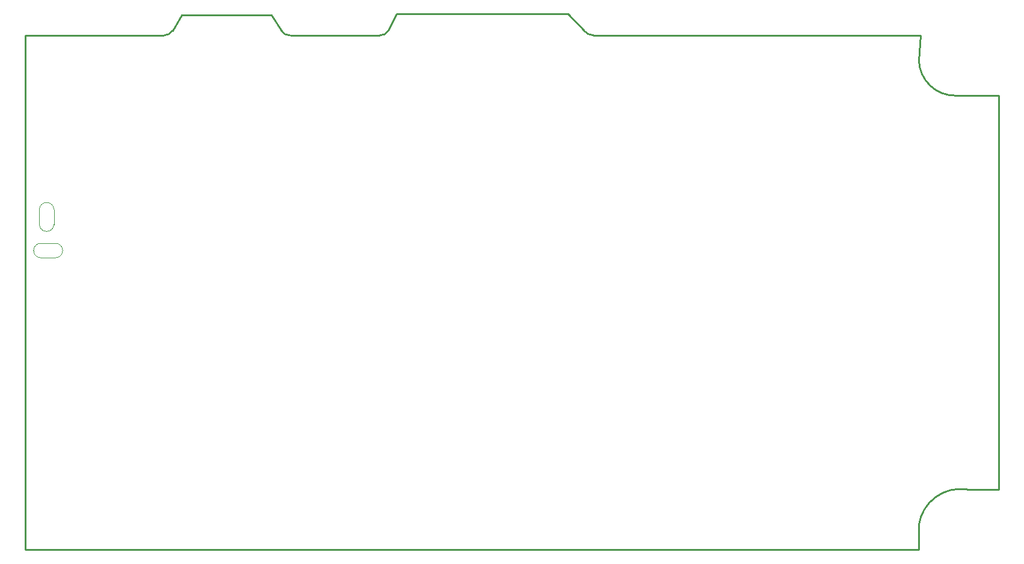
<source format=gm1>
G04 #@! TF.GenerationSoftware,KiCad,Pcbnew,8.0.1*
G04 #@! TF.CreationDate,2024-04-16T20:02:15+02:00*
G04 #@! TF.ProjectId,spider2,73706964-6572-4322-9e6b-696361645f70,rev?*
G04 #@! TF.SameCoordinates,Original*
G04 #@! TF.FileFunction,Profile,NP*
%FSLAX46Y46*%
G04 Gerber Fmt 4.6, Leading zero omitted, Abs format (unit mm)*
G04 Created by KiCad (PCBNEW 8.0.1) date 2024-04-16 20:02:15*
%MOMM*%
%LPD*%
G01*
G04 APERTURE LIST*
G04 #@! TA.AperFunction,Profile*
%ADD10C,0.254000*%
G04 #@! TD*
G04 #@! TA.AperFunction,Profile*
%ADD11C,0.100000*%
G04 #@! TD*
G04 APERTURE END LIST*
D10*
X188734215Y-29941118D02*
X189900000Y-27600000D01*
X268644600Y-39091600D02*
G75*
G02*
X263394600Y-34091600I-125000J5125000D01*
G01*
X172275000Y-27761600D02*
X173690001Y-29939998D01*
X188734215Y-29941118D02*
G75*
G02*
X187470000Y-30610004I-1190015J720018D01*
G01*
X174954216Y-30608880D02*
X187470000Y-30610000D01*
X263394600Y-103091600D02*
X263394600Y-99591600D01*
D11*
X142900000Y-60907106D02*
X142900000Y-60950000D01*
X142900000Y-60950000D02*
G75*
G02*
X141900000Y-61950000I-1000000J0D01*
G01*
D10*
X270144600Y-94591600D02*
X274644600Y-94591600D01*
X158389543Y-29920607D02*
G75*
G02*
X157125326Y-30589524I-1190043J720007D01*
G01*
D11*
X138814212Y-60907106D02*
X138814212Y-60950000D01*
D10*
X158389543Y-29920607D02*
X159675000Y-27761600D01*
D11*
X139814212Y-61950000D02*
G75*
G02*
X138814200Y-60950000I-12J1000000D01*
G01*
D10*
X137644600Y-103091600D02*
X263394600Y-103091600D01*
X274644600Y-94591600D02*
X274644600Y-39091600D01*
D11*
X138814212Y-60907106D02*
G75*
G02*
X139814212Y-59907112I999988J6D01*
G01*
D10*
X217579797Y-30584101D02*
G75*
G02*
X216293038Y-29959722I26103J1691901D01*
G01*
D11*
X139627106Y-55150000D02*
G75*
G02*
X140627106Y-54150006I999994J0D01*
G01*
D10*
X137644600Y-30591600D02*
X157125328Y-30589489D01*
D11*
X139627106Y-57235788D02*
X139627106Y-55150000D01*
X140627106Y-58235788D02*
G75*
G02*
X139627112Y-57235788I-6J999988D01*
G01*
D10*
X174954216Y-30608880D02*
G75*
G02*
X173690001Y-29939998I-74216J1388880D01*
G01*
X263394600Y-99591600D02*
G75*
G02*
X270144601Y-94591600I5875000J-875000D01*
G01*
D11*
X140670000Y-54150000D02*
X140627106Y-54150000D01*
D10*
X217579797Y-30584101D02*
X263644600Y-30591600D01*
X159675000Y-27761600D02*
X172275000Y-27761600D01*
X137644600Y-30591600D02*
X137644600Y-103091600D01*
X189900000Y-27600000D02*
X213975000Y-27600000D01*
X263644600Y-30591600D02*
X263394600Y-34091600D01*
D11*
X141670000Y-57235788D02*
X141670000Y-55150000D01*
X141670000Y-57235788D02*
G75*
G02*
X140670000Y-58235800I-1000000J-12D01*
G01*
X141900000Y-61950000D02*
X139814212Y-61950000D01*
X140670000Y-58235788D02*
X140627106Y-58235788D01*
X141900000Y-59907106D02*
X139814212Y-59907106D01*
X141900000Y-59907106D02*
G75*
G02*
X142899994Y-60907106I0J-999994D01*
G01*
D10*
X268644600Y-39091600D02*
X274644600Y-39091600D01*
D11*
X140670000Y-54150000D02*
G75*
G02*
X141670000Y-55150000I0J-1000000D01*
G01*
D10*
X213975000Y-27600000D02*
X216293008Y-29959747D01*
M02*

</source>
